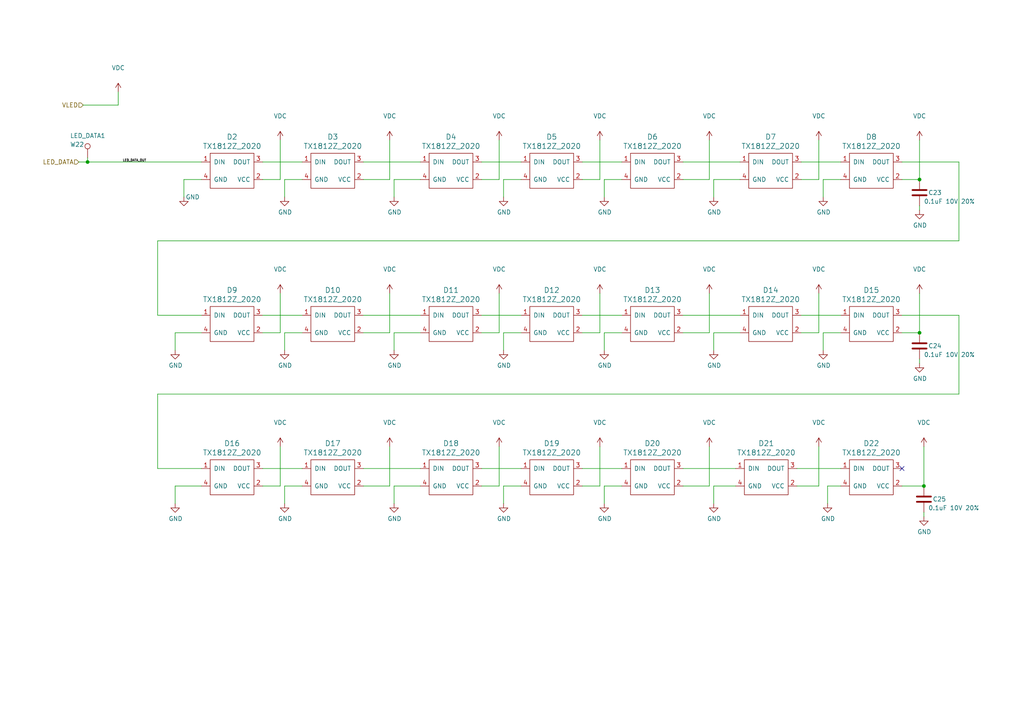
<source format=kicad_sch>
(kicad_sch (version 20211123) (generator eeschema)
  (paper "A4")
  (title_block (title "Pixels D20 Schematic, LEDs") (date "2020-04-13") (rev "2") (company "Systemic Games, LLC"))
  (lib_symbols
    (symbol "Device:C" (pin_numbers hide) (pin_names (offset 0.254))
      (property "Reference" "C" (at 0.635 2.54 0))
      (property "Value" "C" (at 0.635 -2.54 0))
      (symbol "C_0_1"
        (polyline (pts (xy -2.032 -0.762) (xy 2.032 -0.762)) (stroke (width 0.508)))
        (polyline (pts (xy -2.032 0.762) (xy 2.032 0.762)) (stroke (width 0.508)))
      )
      (symbol "C_1_1"
        (pin passive line (at 0 3.81 270) (length 2.794) (name "~") (number "1"))
        (pin passive line (at 0 -3.81 90) (length 2.794) (name "~") (number "2"))
      )
    )
    (symbol "Pixels-dice:TEST_1P-conn" (pin_numbers hide) (pin_names (offset 0.762) hide)
      (property "Reference" "W" (at 0 6.858 0))
      (property "Value" "TEST_1P-conn" (at 0 5.08 0))
      (symbol "TEST_1P-conn_0_1"
        (circle (center 0 3.302) (radius 0.762))
      )
      (symbol "TEST_1P-conn_1_1"
        (pin passive line (at 0 0 90) (length 2.54) (name "1") (number "1"))
      )
    )
    (symbol "Pixels-dice:TX1812Z_2020" (pin_names (offset 1.016))
      (property "Reference" "D" (at 0 -6.35 0))
      (property "Value" "TX1812Z_2020" (at 0 6.35 0))
      (symbol "TX1812Z_2020_0_1"
        (rectangle (start -6.35 5.08) (end 6.35 -5.08))
      )
      (symbol "TX1812Z_2020_1_1"
        (pin input line (at -8.89 2.54 0) (length 2.54) (name "DIN") (number "1"))
        (pin power_in line (at 8.89 -2.54 180) (length 2.54) (name "VCC") (number "2"))
        (pin output line (at 8.89 2.54 180) (length 2.54) (name "DOUT") (number "3"))
        (pin power_in line (at -8.89 -2.54 0) (length 2.54) (name "GND") (number "4"))
      )
    )
    (symbol "power:GND" (power) (pin_names (offset 0))
      (property "Value" "GND" (at 0 -3.81 0))
      (symbol "GND_0_1"
        (polyline (pts (xy 0 0) (xy 0 -1.27) (xy 1.27 -1.27) (xy 0 -2.54) (xy -1.27 -1.27) (xy 0 -1.27)))
      )
      (symbol "GND_1_1"
        (pin power_in line (at 0 0 270) (length 0) hide (name "GND") (number "1"))
      )
    )
    (symbol "power:VDC" (power) (pin_names (offset 0))
      (property "Value" "VDC" (at 0 6.35 0))
      (symbol "VDC_0_1"
        (polyline (pts (xy -0.762 1.27) (xy 0 2.54)))
        (polyline (pts (xy 0 0) (xy 0 2.54)))
        (polyline (pts (xy 0 2.54) (xy 0.762 1.27)))
      )
      (symbol "VDC_1_1"
        (pin power_in line (at 0 0 90) (length 0) hide (name "VDC") (number "1"))
      )
    )
  )
  (junction (at 25.4 46.99))
  (junction (at 266.7 96.52))
  (junction (at 266.7 52.07))
  (junction (at 267.97 140.97))
  (no_connect (at 261.62 135.89))
  (wire (pts (xy 267.97 148.59) (xy 267.97 149.86)))
  (wire (pts (xy 76.2 135.89) (xy 87.63 135.89)))
  (wire (pts (xy 76.2 91.44) (xy 87.63 91.44)))
  (wire (pts (xy 105.41 52.07) (xy 113.03 52.07)))
  (wire (pts (xy 278.13 69.85) (xy 45.72 69.85)))
  (wire (pts (xy 231.14 135.89) (xy 243.84 135.89)))
  (wire (pts (xy 53.34 52.07) (xy 53.34 57.15)))
  (wire (pts (xy 207.01 52.07) (xy 207.01 57.15)))
  (wire (pts (xy 240.03 140.97) (xy 240.03 146.05)))
  (wire (pts (xy 278.13 46.99) (xy 278.13 69.85)))
  (wire (pts (xy 81.28 85.09) (xy 81.28 96.52)))
  (wire (pts (xy 175.26 52.07) (xy 175.26 57.15)))
  (wire (pts (xy 261.62 96.52) (xy 266.7 96.52)))
  (wire (pts (xy 266.7 59.69) (xy 266.7 60.96)))
  (wire (pts (xy 114.3 140.97) (xy 114.3 146.05)))
  (wire (pts (xy 261.62 140.97) (xy 267.97 140.97)))
  (wire (pts (xy 205.74 40.64) (xy 205.74 52.07)))
  (wire (pts (xy 238.76 57.15) (xy 238.76 52.07)))
  (wire (pts (xy 266.7 85.09) (xy 266.7 96.52)))
  (wire (pts (xy 175.26 96.52) (xy 175.26 101.6)))
  (wire (pts (xy 168.91 52.07) (xy 173.99 52.07)))
  (wire (pts (xy 232.41 52.07) (xy 237.49 52.07)))
  (wire (pts (xy 278.13 91.44) (xy 278.13 114.3)))
  (wire (pts (xy 114.3 52.07) (xy 114.3 57.15)))
  (wire (pts (xy 173.99 129.54) (xy 173.99 140.97)))
  (wire (pts (xy 175.26 96.52) (xy 180.34 96.52)))
  (wire (pts (xy 81.28 129.54) (xy 81.28 140.97)))
  (wire (pts (xy 76.2 140.97) (xy 81.28 140.97)))
  (wire (pts (xy 146.05 140.97) (xy 151.13 140.97)))
  (wire (pts (xy 198.12 52.07) (xy 205.74 52.07)))
  (wire (pts (xy 266.7 104.14) (xy 266.7 105.41)))
  (wire (pts (xy 207.01 140.97) (xy 207.01 146.05)))
  (wire (pts (xy 114.3 96.52) (xy 121.92 96.52)))
  (wire (pts (xy 139.7 135.89) (xy 151.13 135.89)))
  (wire (pts (xy 232.41 91.44) (xy 243.84 91.44)))
  (wire (pts (xy 25.4 45.72) (xy 25.4 46.99)))
  (wire (pts (xy 146.05 96.52) (xy 151.13 96.52)))
  (wire (pts (xy 105.41 140.97) (xy 113.03 140.97)))
  (wire (pts (xy 168.91 91.44) (xy 180.34 91.44)))
  (wire (pts (xy 76.2 46.99) (xy 87.63 46.99)))
  (wire (pts (xy 207.01 96.52) (xy 214.63 96.52)))
  (wire (pts (xy 232.41 46.99) (xy 243.84 46.99)))
  (wire (pts (xy 205.74 129.54) (xy 205.74 140.97)))
  (wire (pts (xy 113.03 129.54) (xy 113.03 140.97)))
  (wire (pts (xy 237.49 129.54) (xy 237.49 140.97)))
  (wire (pts (xy 50.8 96.52) (xy 58.42 96.52)))
  (wire (pts (xy 82.55 146.05) (xy 82.55 140.97)))
  (wire (pts (xy 53.34 52.07) (xy 58.42 52.07)))
  (wire (pts (xy 45.72 69.85) (xy 45.72 91.44)))
  (wire (pts (xy 237.49 85.09) (xy 237.49 96.52)))
  (wire (pts (xy 232.41 96.52) (xy 237.49 96.52)))
  (wire (pts (xy 198.12 91.44) (xy 214.63 91.44)))
  (wire (pts (xy 207.01 140.97) (xy 213.36 140.97)))
  (wire (pts (xy 34.29 30.48) (xy 34.29 26.67)))
  (wire (pts (xy 114.3 140.97) (xy 121.92 140.97)))
  (wire (pts (xy 45.72 114.3) (xy 45.72 135.89)))
  (wire (pts (xy 105.41 91.44) (xy 121.92 91.44)))
  (wire (pts (xy 198.12 46.99) (xy 214.63 46.99)))
  (wire (pts (xy 139.7 96.52) (xy 144.78 96.52)))
  (wire (pts (xy 50.8 140.97) (xy 50.8 146.05)))
  (wire (pts (xy 139.7 52.07) (xy 144.78 52.07)))
  (wire (pts (xy 266.7 40.64) (xy 266.7 52.07)))
  (wire (pts (xy 198.12 135.89) (xy 213.36 135.89)))
  (wire (pts (xy 82.55 140.97) (xy 87.63 140.97)))
  (wire (pts (xy 114.3 96.52) (xy 114.3 101.6)))
  (wire (pts (xy 25.4 46.99) (xy 58.42 46.99)))
  (wire (pts (xy 105.41 96.52) (xy 113.03 96.52)))
  (wire (pts (xy 231.14 140.97) (xy 237.49 140.97)))
  (wire (pts (xy 146.05 57.15) (xy 146.05 52.07)))
  (wire (pts (xy 168.91 96.52) (xy 173.99 96.52)))
  (wire (pts (xy 113.03 40.64) (xy 113.03 52.07)))
  (wire (pts (xy 144.78 40.64) (xy 144.78 52.07)))
  (wire (pts (xy 261.62 52.07) (xy 266.7 52.07)))
  (wire (pts (xy 240.03 140.97) (xy 243.84 140.97)))
  (wire (pts (xy 139.7 46.99) (xy 151.13 46.99)))
  (wire (pts (xy 82.55 52.07) (xy 87.63 52.07)))
  (wire (pts (xy 175.26 140.97) (xy 175.26 146.05)))
  (wire (pts (xy 207.01 96.52) (xy 207.01 101.6)))
  (wire (pts (xy 267.97 129.54) (xy 267.97 140.97)))
  (wire (pts (xy 238.76 96.52) (xy 243.84 96.52)))
  (wire (pts (xy 105.41 46.99) (xy 121.92 46.99)))
  (wire (pts (xy 261.62 91.44) (xy 278.13 91.44)))
  (wire (pts (xy 105.41 135.89) (xy 121.92 135.89)))
  (wire (pts (xy 205.74 85.09) (xy 205.74 96.52)))
  (wire (pts (xy 114.3 52.07) (xy 121.92 52.07)))
  (wire (pts (xy 50.8 140.97) (xy 58.42 140.97)))
  (wire (pts (xy 238.76 101.6) (xy 238.76 96.52)))
  (wire (pts (xy 139.7 91.44) (xy 151.13 91.44)))
  (wire (pts (xy 45.72 91.44) (xy 58.42 91.44)))
  (wire (pts (xy 175.26 52.07) (xy 180.34 52.07)))
  (wire (pts (xy 146.05 52.07) (xy 151.13 52.07)))
  (wire (pts (xy 173.99 85.09) (xy 173.99 96.52)))
  (wire (pts (xy 168.91 46.99) (xy 180.34 46.99)))
  (wire (pts (xy 22.86 46.99) (xy 25.4 46.99)))
  (wire (pts (xy 76.2 52.07) (xy 81.28 52.07)))
  (wire (pts (xy 237.49 40.64) (xy 237.49 52.07)))
  (wire (pts (xy 113.03 85.09) (xy 113.03 96.52)))
  (wire (pts (xy 173.99 40.64) (xy 173.99 52.07)))
  (wire (pts (xy 261.62 46.99) (xy 278.13 46.99)))
  (wire (pts (xy 45.72 135.89) (xy 58.42 135.89)))
  (wire (pts (xy 198.12 96.52) (xy 205.74 96.52)))
  (wire (pts (xy 81.28 40.64) (xy 81.28 52.07)))
  (wire (pts (xy 82.55 101.6) (xy 82.55 96.52)))
  (wire (pts (xy 207.01 52.07) (xy 214.63 52.07)))
  (wire (pts (xy 146.05 101.6) (xy 146.05 96.52)))
  (wire (pts (xy 24.13 30.48) (xy 34.29 30.48)))
  (wire (pts (xy 175.26 140.97) (xy 180.34 140.97)))
  (wire (pts (xy 168.91 135.89) (xy 180.34 135.89)))
  (wire (pts (xy 146.05 146.05) (xy 146.05 140.97)))
  (wire (pts (xy 82.55 57.15) (xy 82.55 52.07)))
  (wire (pts (xy 82.55 96.52) (xy 87.63 96.52)))
  (wire (pts (xy 168.91 140.97) (xy 173.99 140.97)))
  (wire (pts (xy 144.78 129.54) (xy 144.78 140.97)))
  (wire (pts (xy 139.7 140.97) (xy 144.78 140.97)))
  (wire (pts (xy 238.76 52.07) (xy 243.84 52.07)))
  (wire (pts (xy 198.12 140.97) (xy 205.74 140.97)))
  (wire (pts (xy 76.2 96.52) (xy 81.28 96.52)))
  (wire (pts (xy 50.8 96.52) (xy 50.8 101.6)))
  (wire (pts (xy 144.78 85.09) (xy 144.78 96.52)))
  (wire (pts (xy 278.13 114.3) (xy 45.72 114.3)))
  (label "LED_DATA_OUT" (at 35.56 46.99 0) (effects (font (size 0.635 0.635))))
  (hierarchical_label "LED_DATA" (shape input) (at 22.86 46.99 180))
  (hierarchical_label "VLED" (shape input) (at 24.13 30.48 180))
  (symbol (lib_id "Pixels-dice:TEST_1P-conn") (at 25.4 45.72 0) (unit 1)
    (property "Reference" "W22" (at 20.32 41.91 0) (effects (justify left)))
    (property "Value" "LED_DATA1" (at 20.32 39.37 0) (effects (justify left)))
    (property "Footprint" "Pixels-dice:TEST_PIN" (effects hide))
  )
  (symbol (lib_id "power:VDC") (at 34.29 26.67 0) (unit 1)
    (property "Reference" "#PWR0102" (effects hide))
    (property "Value" "VDC" (at 34.29 19.685 0))
  )
  (symbol (lib_id "power:VDC") (at 81.28 40.64 0) (unit 1)
    (property "Reference" "#PWR0103" (effects hide))
    (property "Value" "VDC" (at 81.28 33.655 0))
  )
  (symbol (lib_id "power:VDC") (at 113.03 40.64 0) (unit 1)
    (property "Reference" "#PWR0104" (effects hide))
    (property "Value" "VDC" (at 113.03 33.655 0))
  )
  (symbol (lib_id "power:GND") (at 53.34 57.15 0) (unit 1)
    (property "Reference" "#PWR0105" (effects hide))
    (property "Value" "GND" (at 55.88 57.15 0))
  )
  (symbol (lib_id "power:GND") (at 82.55 57.15 0) (unit 1)
    (property "Reference" "#PWR0106" (effects hide))
    (property "Value" "GND" (at 82.677 61.5442 0))
  )
  (symbol (lib_id "power:VDC") (at 144.78 40.64 0) (unit 1)
    (property "Reference" "#PWR0107" (effects hide))
    (property "Value" "VDC" (at 144.78 33.655 0))
  )
  (symbol (lib_id "power:VDC") (at 173.99 40.64 0) (unit 1)
    (property "Reference" "#PWR0108" (effects hide))
    (property "Value" "VDC" (at 173.99 33.655 0))
  )
  (symbol (lib_id "power:GND") (at 114.3 57.15 0) (unit 1)
    (property "Reference" "#PWR0109" (effects hide))
    (property "Value" "GND" (at 114.427 61.5442 0))
  )
  (symbol (lib_id "power:GND") (at 146.05 57.15 0) (unit 1)
    (property "Reference" "#PWR0110" (effects hide))
    (property "Value" "GND" (at 146.177 61.5442 0))
  )
  (symbol (lib_id "power:VDC") (at 205.74 40.64 0) (unit 1)
    (property "Reference" "#PWR0111" (effects hide))
    (property "Value" "VDC" (at 205.74 33.655 0))
  )
  (symbol (lib_id "power:VDC") (at 237.49 40.64 0) (unit 1)
    (property "Reference" "#PWR0112" (effects hide))
    (property "Value" "VDC" (at 237.49 33.655 0))
  )
  (symbol (lib_id "power:VDC") (at 266.7 40.64 0) (unit 1)
    (property "Reference" "#PWR0113" (effects hide))
    (property "Value" "VDC" (at 266.7 33.655 0))
  )
  (symbol (lib_id "power:GND") (at 207.01 57.15 0) (unit 1)
    (property "Reference" "#PWR0114" (effects hide))
    (property "Value" "GND" (at 207.137 61.5442 0))
  )
  (symbol (lib_id "power:GND") (at 238.76 57.15 0) (unit 1)
    (property "Reference" "#PWR0115" (effects hide))
    (property "Value" "GND" (at 238.887 61.5442 0))
  )
  (symbol (lib_id "power:GND") (at 175.26 57.15 0) (unit 1)
    (property "Reference" "#PWR0116" (effects hide))
    (property "Value" "GND" (at 175.387 61.5442 0))
  )
  (symbol (lib_id "power:VDC") (at 81.28 85.09 0) (unit 1)
    (property "Reference" "#PWR0117" (effects hide))
    (property "Value" "VDC" (at 81.28 78.105 0))
  )
  (symbol (lib_id "power:VDC") (at 113.03 85.09 0) (unit 1)
    (property "Reference" "#PWR0118" (effects hide))
    (property "Value" "VDC" (at 113.03 78.105 0))
  )
  (symbol (lib_id "power:GND") (at 50.8 101.6 0) (unit 1)
    (property "Reference" "#PWR0119" (effects hide))
    (property "Value" "GND" (at 50.927 105.9942 0))
  )
  (symbol (lib_id "power:GND") (at 82.55 101.6 0) (unit 1)
    (property "Reference" "#PWR0120" (effects hide))
    (property "Value" "GND" (at 82.677 105.9942 0))
  )
  (symbol (lib_id "power:VDC") (at 144.78 85.09 0) (unit 1)
    (property "Reference" "#PWR019" (effects hide))
    (property "Value" "VDC" (at 144.78 78.105 0))
  )
  (symbol (lib_id "power:VDC") (at 173.99 85.09 0) (unit 1)
    (property "Reference" "#PWR0121" (effects hide))
    (property "Value" "VDC" (at 173.99 78.105 0))
  )
  (symbol (lib_id "power:GND") (at 114.3 101.6 0) (unit 1)
    (property "Reference" "#PWR0122" (effects hide))
    (property "Value" "GND" (at 114.427 105.9942 0))
  )
  (symbol (lib_id "power:GND") (at 146.05 101.6 0) (unit 1)
    (property "Reference" "#PWR0123" (effects hide))
    (property "Value" "GND" (at 146.177 105.9942 0))
  )
  (symbol (lib_id "power:VDC") (at 205.74 85.09 0) (unit 1)
    (property "Reference" "#PWR0124" (effects hide))
    (property "Value" "VDC" (at 205.74 78.105 0))
  )
  (symbol (lib_id "power:VDC") (at 237.49 85.09 0) (unit 1)
    (property "Reference" "#PWR0125" (effects hide))
    (property "Value" "VDC" (at 237.49 78.105 0))
  )
  (symbol (lib_id "power:VDC") (at 266.7 85.09 0) (unit 1)
    (property "Reference" "#PWR0126" (effects hide))
    (property "Value" "VDC" (at 266.7 78.105 0))
  )
  (symbol (lib_id "power:GND") (at 207.01 101.6 0) (unit 1)
    (property "Reference" "#PWR0127" (effects hide))
    (property "Value" "GND" (at 207.137 105.9942 0))
  )
  (symbol (lib_id "power:GND") (at 238.76 101.6 0) (unit 1)
    (property "Reference" "#PWR0128" (effects hide))
    (property "Value" "GND" (at 238.887 105.9942 0))
  )
  (symbol (lib_id "power:GND") (at 175.26 101.6 0) (unit 1)
    (property "Reference" "#PWR0129" (effects hide))
    (property "Value" "GND" (at 175.387 105.9942 0))
  )
  (symbol (lib_id "power:VDC") (at 81.28 129.54 0) (unit 1)
    (property "Reference" "#PWR0130" (effects hide))
    (property "Value" "VDC" (at 81.28 122.555 0))
  )
  (symbol (lib_id "power:VDC") (at 113.03 129.54 0) (unit 1)
    (property "Reference" "#PWR0131" (effects hide))
    (property "Value" "VDC" (at 113.03 122.555 0))
  )
  (symbol (lib_id "power:GND") (at 50.8 146.05 0) (unit 1)
    (property "Reference" "#PWR0132" (effects hide))
    (property "Value" "GND" (at 50.927 150.4442 0))
  )
  (symbol (lib_id "power:GND") (at 82.55 146.05 0) (unit 1)
    (property "Reference" "#PWR0133" (effects hide))
    (property "Value" "GND" (at 82.677 150.4442 0))
  )
  (symbol (lib_id "power:VDC") (at 144.78 129.54 0) (unit 1)
    (property "Reference" "#PWR0134" (effects hide))
    (property "Value" "VDC" (at 144.78 122.555 0))
  )
  (symbol (lib_id "power:VDC") (at 173.99 129.54 0) (unit 1)
    (property "Reference" "#PWR0135" (effects hide))
    (property "Value" "VDC" (at 173.99 122.555 0))
  )
  (symbol (lib_id "power:GND") (at 114.3 146.05 0) (unit 1)
    (property "Reference" "#PWR0136" (effects hide))
    (property "Value" "GND" (at 114.427 150.4442 0))
  )
  (symbol (lib_id "power:GND") (at 146.05 146.05 0) (unit 1)
    (property "Reference" "#PWR0137" (effects hide))
    (property "Value" "GND" (at 146.177 150.4442 0))
  )
  (symbol (lib_id "power:VDC") (at 205.74 129.54 0) (unit 1)
    (property "Reference" "#PWR0138" (effects hide))
    (property "Value" "VDC" (at 205.74 122.555 0))
  )
  (symbol (lib_id "power:VDC") (at 237.49 129.54 0) (unit 1)
    (property "Reference" "#PWR0139" (effects hide))
    (property "Value" "VDC" (at 237.49 122.555 0))
  )
  (symbol (lib_id "power:GND") (at 207.01 146.05 0) (unit 1)
    (property "Reference" "#PWR043" (effects hide))
    (property "Value" "GND" (at 207.137 150.4442 0))
  )
  (symbol (lib_id "power:GND") (at 175.26 146.05 0) (unit 1)
    (property "Reference" "#PWR042" (effects hide))
    (property "Value" "GND" (at 175.387 150.4442 0))
  )
  (symbol (lib_id "Device:C") (at 266.7 55.88 0) (unit 1)
    (property "Reference" "C23" (at 269.24 55.88 0) (effects (justify left)))
    (property "Value" "0.1uF 10V 20%" (at 267.97 58.42 0) (effects (justify left)))
    (property "Footprint" "Capacitor_SMD:C_0402_1005Metric" (effects hide))
    (property "Generic OK" "YES" (effects hide))
    (property "Pixels Part Number" "SMD-C005" (effects hide))
    (property "Manufacturer" "Murata" (effects hide))
    (property "Manufacturer Part Number" "GRM155R61H104KE19D" (effects hide))
  )
  (symbol (lib_id "power:GND") (at 266.7 60.96 0) (unit 1)
    (property "Reference" "#PWR0140" (effects hide))
    (property "Value" "GND" (at 266.827 65.3542 0))
  )
  (symbol (lib_id "Device:C") (at 266.7 100.33 0) (unit 1)
    (property "Reference" "C24" (at 269.24 100.33 0) (effects (justify left)))
    (property "Value" "0.1uF 10V 20%" (at 267.97 102.87 0) (effects (justify left)))
    (property "Footprint" "Capacitor_SMD:C_0402_1005Metric" (effects hide))
    (property "Generic OK" "YES" (effects hide))
    (property "Pixels Part Number" "SMD-C005" (effects hide))
    (property "Manufacturer" "Murata" (effects hide))
    (property "Manufacturer Part Number" "GRM155R61H104KE19D" (effects hide))
  )
  (symbol (lib_id "power:GND") (at 266.7 105.41 0) (unit 1)
    (property "Reference" "#PWR0141" (effects hide))
    (property "Value" "GND" (at 266.827 109.8042 0))
  )
  (symbol (lib_id "Device:C") (at 267.97 144.78 0) (unit 1)
    (property "Reference" "C25" (at 270.51 144.78 0) (effects (justify left)))
    (property "Value" "0.1uF 10V 20%" (at 269.24 147.32 0) (effects (justify left)))
    (property "Footprint" "Capacitor_SMD:C_0402_1005Metric" (effects hide))
    (property "Generic OK" "YES" (effects hide))
    (property "Pixels Part Number" "SMD-C005" (effects hide))
    (property "Manufacturer" "Murata" (effects hide))
    (property "Manufacturer Part Number" "GRM155R61H104KE19D" (effects hide))
  )
  (symbol (lib_id "Pixels-dice:TX1812Z_2020") (at 67.31 49.53 0) (unit 1)
    (property "Reference" "D2" (at 67.31 39.7002 0) (effects (font (size 1.524 1.524))))
    (property "Value" "TX1812Z_2020" (at 67.31 42.3926 0) (effects (font (size 1.524 1.524))))
    (property "Footprint" "Pixels-dice:TX1812Z_2020" (effects hide))
    (property "Manufacturer" "TCWIN" (effects hide))
    (property "Manufacturer Part Number" "TX1812Z 2020" (effects hide))
    (property "Pixels Part Number" "SMD-D002-ALT2" (effects hide))
    (property "Generic OK" "NO" (effects hide))
  )
  (symbol (lib_id "Pixels-dice:TX1812Z_2020") (at 96.52 49.53 0) (unit 1)
    (property "Reference" "D3" (at 96.52 39.7002 0) (effects (font (size 1.524 1.524))))
    (property "Value" "TX1812Z_2020" (at 96.52 42.3926 0) (effects (font (size 1.524 1.524))))
    (property "Footprint" "Pixels-dice:TX1812Z_2020" (effects hide))
    (property "Manufacturer" "TCWIN" (effects hide))
    (property "Manufacturer Part Number" "TX1812Z 2020" (effects hide))
    (property "Pixels Part Number" "SMD-D002-ALT2" (effects hide))
    (property "Generic OK" "NO" (effects hide))
  )
  (symbol (lib_id "Pixels-dice:TX1812Z_2020") (at 130.81 49.53 0) (unit 1)
    (property "Reference" "D4" (at 130.81 39.7002 0) (effects (font (size 1.524 1.524))))
    (property "Value" "TX1812Z_2020" (at 130.81 42.3926 0) (effects (font (size 1.524 1.524))))
    (property "Footprint" "Pixels-dice:TX1812Z_2020" (effects hide))
    (property "Manufacturer" "TCWIN" (effects hide))
    (property "Manufacturer Part Number" "TX1812Z 2020" (effects hide))
    (property "Pixels Part Number" "SMD-D002-ALT2" (effects hide))
    (property "Generic OK" "NO" (effects hide))
  )
  (symbol (lib_id "Pixels-dice:TX1812Z_2020") (at 160.02 49.53 0) (unit 1)
    (property "Reference" "D5" (at 160.02 39.7002 0) (effects (font (size 1.524 1.524))))
    (property "Value" "TX1812Z_2020" (at 160.02 42.3926 0) (effects (font (size 1.524 1.524))))
    (property "Footprint" "Pixels-dice:TX1812Z_2020" (effects hide))
    (property "Manufacturer" "TCWIN" (effects hide))
    (property "Manufacturer Part Number" "TX1812Z 2020" (effects hide))
    (property "Pixels Part Number" "SMD-D002-ALT2" (effects hide))
    (property "Generic OK" "NO" (effects hide))
  )
  (symbol (lib_id "Pixels-dice:TX1812Z_2020") (at 189.23 49.53 0) (unit 1)
    (property "Reference" "D6" (at 189.23 39.7002 0) (effects (font (size 1.524 1.524))))
    (property "Value" "TX1812Z_2020" (at 189.23 42.3926 0) (effects (font (size 1.524 1.524))))
    (property "Footprint" "Pixels-dice:TX1812Z_2020" (effects hide))
    (property "Manufacturer" "TCWIN" (effects hide))
    (property "Manufacturer Part Number" "TX1812Z 2020" (effects hide))
    (property "Pixels Part Number" "SMD-D002-ALT2" (effects hide))
    (property "Generic OK" "NO" (effects hide))
  )
  (symbol (lib_id "Pixels-dice:TX1812Z_2020") (at 223.52 49.53 0) (unit 1)
    (property "Reference" "D7" (at 223.52 39.7002 0) (effects (font (size 1.524 1.524))))
    (property "Value" "TX1812Z_2020" (at 223.52 42.3926 0) (effects (font (size 1.524 1.524))))
    (property "Footprint" "Pixels-dice:TX1812Z_2020" (effects hide))
    (property "Manufacturer" "TCWIN" (effects hide))
    (property "Manufacturer Part Number" "TX1812Z 2020" (effects hide))
    (property "Pixels Part Number" "SMD-D002-ALT2" (effects hide))
    (property "Generic OK" "NO" (effects hide))
  )
  (symbol (lib_id "Pixels-dice:TX1812Z_2020") (at 252.73 49.53 0) (unit 1)
    (property "Reference" "D8" (at 252.73 39.7002 0) (effects (font (size 1.524 1.524))))
    (property "Value" "TX1812Z_2020" (at 252.73 42.3926 0) (effects (font (size 1.524 1.524))))
    (property "Footprint" "Pixels-dice:TX1812Z_2020" (effects hide))
    (property "Manufacturer" "TCWIN" (effects hide))
    (property "Manufacturer Part Number" "TX1812Z 2020" (effects hide))
    (property "Pixels Part Number" "SMD-D002-ALT2" (effects hide))
    (property "Generic OK" "NO" (effects hide))
  )
  (symbol (lib_id "Pixels-dice:TX1812Z_2020") (at 67.31 93.98 0) (unit 1)
    (property "Reference" "D9" (at 67.31 84.1502 0) (effects (font (size 1.524 1.524))))
    (property "Value" "TX1812Z_2020" (at 67.31 86.8426 0) (effects (font (size 1.524 1.524))))
    (property "Footprint" "Pixels-dice:TX1812Z_2020" (effects hide))
    (property "Manufacturer" "TCWIN" (effects hide))
    (property "Manufacturer Part Number" "TX1812Z 2020" (effects hide))
    (property "Pixels Part Number" "SMD-D002-ALT2" (effects hide))
    (property "Generic OK" "NO" (effects hide))
  )
  (symbol (lib_id "Pixels-dice:TX1812Z_2020") (at 96.52 93.98 0) (unit 1)
    (property "Reference" "D10" (at 96.52 84.1502 0) (effects (font (size 1.524 1.524))))
    (property "Value" "TX1812Z_2020" (at 96.52 86.8426 0) (effects (font (size 1.524 1.524))))
    (property "Footprint" "Pixels-dice:TX1812Z_2020" (effects hide))
    (property "Manufacturer" "TCWIN" (effects hide))
    (property "Manufacturer Part Number" "TX1812Z 2020" (effects hide))
    (property "Pixels Part Number" "SMD-D002-ALT2" (effects hide))
    (property "Generic OK" "NO" (effects hide))
  )
  (symbol (lib_id "Pixels-dice:TX1812Z_2020") (at 130.81 93.98 0) (unit 1)
    (property "Reference" "D11" (at 130.81 84.1502 0) (effects (font (size 1.524 1.524))))
    (property "Value" "TX1812Z_2020" (at 130.81 86.8426 0) (effects (font (size 1.524 1.524))))
    (property "Footprint" "Pixels-dice:TX1812Z_2020" (effects hide))
    (property "Manufacturer" "TCWIN" (effects hide))
    (property "Manufacturer Part Number" "TX1812Z 2020" (effects hide))
    (property "Pixels Part Number" "SMD-D002-ALT2" (effects hide))
    (property "Generic OK" "NO" (effects hide))
  )
  (symbol (lib_id "Pixels-dice:TX1812Z_2020") (at 160.02 93.98 0) (unit 1)
    (property "Reference" "D12" (at 160.02 84.1502 0) (effects (font (size 1.524 1.524))))
    (property "Value" "TX1812Z_2020" (at 160.02 86.8426 0) (effects (font (size 1.524 1.524))))
    (property "Footprint" "Pixels-dice:TX1812Z_2020" (effects hide))
    (property "Manufacturer" "TCWIN" (effects hide))
    (property "Manufacturer Part Number" "TX1812Z 2020" (effects hide))
    (property "Pixels Part Number" "SMD-D002-ALT2" (effects hide))
    (property "Generic OK" "NO" (effects hide))
  )
  (symbol (lib_id "Pixels-dice:TX1812Z_2020") (at 189.23 93.98 0) (unit 1)
    (property "Reference" "D13" (at 189.23 84.1502 0) (effects (font (size 1.524 1.524))))
    (property "Value" "TX1812Z_2020" (at 189.23 86.8426 0) (effects (font (size 1.524 1.524))))
    (property "Footprint" "Pixels-dice:TX1812Z_2020" (effects hide))
    (property "Manufacturer" "TCWIN" (effects hide))
    (property "Manufacturer Part Number" "TX1812Z 2020" (effects hide))
    (property "Pixels Part Number" "SMD-D002-ALT2" (effects hide))
    (property "Generic OK" "NO" (effects hide))
  )
  (symbol (lib_id "Pixels-dice:TX1812Z_2020") (at 223.52 93.98 0) (unit 1)
    (property "Reference" "D14" (at 223.52 84.1502 0) (effects (font (size 1.524 1.524))))
    (property "Value" "TX1812Z_2020" (at 223.52 86.8426 0) (effects (font (size 1.524 1.524))))
    (property "Footprint" "Pixels-dice:TX1812Z_2020" (effects hide))
    (property "Manufacturer" "TCWIN" (effects hide))
    (property "Manufacturer Part Number" "TX1812Z 2020" (effects hide))
    (property "Pixels Part Number" "SMD-D002-ALT2" (effects hide))
    (property "Generic OK" "NO" (effects hide))
  )
  (symbol (lib_id "Pixels-dice:TX1812Z_2020") (at 252.73 93.98 0) (unit 1)
    (property "Reference" "D15" (at 252.73 84.1502 0) (effects (font (size 1.524 1.524))))
    (property "Value" "TX1812Z_2020" (at 252.73 86.8426 0) (effects (font (size 1.524 1.524))))
    (property "Footprint" "Pixels-dice:TX1812Z_2020" (effects hide))
    (property "Manufacturer" "TCWIN" (effects hide))
    (property "Manufacturer Part Number" "TX1812Z 2020" (effects hide))
    (property "Pixels Part Number" "SMD-D002-ALT2" (effects hide))
    (property "Generic OK" "NO" (effects hide))
  )
  (symbol (lib_id "Pixels-dice:TX1812Z_2020") (at 67.31 138.43 0) (unit 1)
    (property "Reference" "D16" (at 67.31 128.6002 0) (effects (font (size 1.524 1.524))))
    (property "Value" "TX1812Z_2020" (at 67.31 131.2926 0) (effects (font (size 1.524 1.524))))
    (property "Footprint" "Pixels-dice:TX1812Z_2020" (effects hide))
    (property "Manufacturer" "TCWIN" (effects hide))
    (property "Manufacturer Part Number" "TX1812Z 2020" (effects hide))
    (property "Pixels Part Number" "SMD-D002-ALT2" (effects hide))
    (property "Generic OK" "NO" (effects hide))
  )
  (symbol (lib_id "Pixels-dice:TX1812Z_2020") (at 96.52 138.43 0) (unit 1)
    (property "Reference" "D17" (at 96.52 128.6002 0) (effects (font (size 1.524 1.524))))
    (property "Value" "TX1812Z_2020" (at 96.52 131.2926 0) (effects (font (size 1.524 1.524))))
    (property "Footprint" "Pixels-dice:TX1812Z_2020" (effects hide))
    (property "Manufacturer" "TCWIN" (effects hide))
    (property "Manufacturer Part Number" "TX1812Z 2020" (effects hide))
    (property "Pixels Part Number" "SMD-D002-ALT2" (effects hide))
    (property "Generic OK" "NO" (effects hide))
  )
  (symbol (lib_id "Pixels-dice:TX1812Z_2020") (at 130.81 138.43 0) (unit 1)
    (property "Reference" "D18" (at 130.81 128.6002 0) (effects (font (size 1.524 1.524))))
    (property "Value" "TX1812Z_2020" (at 130.81 131.2926 0) (effects (font (size 1.524 1.524))))
    (property "Footprint" "Pixels-dice:TX1812Z_2020" (effects hide))
    (property "Manufacturer" "TCWIN" (effects hide))
    (property "Manufacturer Part Number" "TX1812Z 2020" (effects hide))
    (property "Pixels Part Number" "SMD-D002-ALT2" (effects hide))
    (property "Generic OK" "NO" (effects hide))
  )
  (symbol (lib_id "Pixels-dice:TX1812Z_2020") (at 160.02 138.43 0) (unit 1)
    (property "Reference" "D19" (at 160.02 128.6002 0) (effects (font (size 1.524 1.524))))
    (property "Value" "TX1812Z_2020" (at 160.02 131.2926 0) (effects (font (size 1.524 1.524))))
    (property "Footprint" "Pixels-dice:TX1812Z_2020" (effects hide))
    (property "Manufacturer" "TCWIN" (effects hide))
    (property "Manufacturer Part Number" "TX1812Z 2020" (effects hide))
    (property "Pixels Part Number" "SMD-D002-ALT2" (effects hide))
    (property "Generic OK" "NO" (effects hide))
  )
  (symbol (lib_id "Pixels-dice:TX1812Z_2020") (at 189.23 138.43 0) (unit 1)
    (property "Reference" "D20" (at 189.23 128.6002 0) (effects (font (size 1.524 1.524))))
    (property "Value" "TX1812Z_2020" (at 189.23 131.2926 0) (effects (font (size 1.524 1.524))))
    (property "Footprint" "Pixels-dice:TX1812Z_2020" (effects hide))
    (property "Manufacturer" "TCWIN" (effects hide))
    (property "Manufacturer Part Number" "TX1812Z 2020" (effects hide))
    (property "Pixels Part Number" "SMD-D002-ALT2" (effects hide))
    (property "Generic OK" "NO" (effects hide))
  )
  (symbol (lib_id "Pixels-dice:TX1812Z_2020") (at 222.25 138.43 0) (unit 1)
    (property "Reference" "D21" (at 222.25 128.6002 0) (effects (font (size 1.524 1.524))))
    (property "Value" "TX1812Z_2020" (at 222.25 131.2926 0) (effects (font (size 1.524 1.524))))
    (property "Footprint" "Pixels-dice:TX1812Z_2020" (effects hide))
    (property "Manufacturer" "TCWIN" (effects hide))
    (property "Manufacturer Part Number" "TX1812Z 2020" (effects hide))
    (property "Pixels Part Number" "SMD-D002-ALT2" (effects hide))
    (property "Generic OK" "NO" (effects hide))
  )
  (symbol (lib_id "power:VDC") (at 267.97 129.54 0) (unit 1)
    (property "Reference" "#PWR0144" (effects hide))
    (property "Value" "VDC" (at 267.97 122.555 0))
  )
  (symbol (lib_id "Pixels-dice:TX1812Z_2020") (at 252.73 138.43 0) (unit 1)
    (property "Reference" "D22" (at 252.73 128.6002 0) (effects (font (size 1.524 1.524))))
    (property "Value" "TX1812Z_2020" (at 252.73 131.2926 0) (effects (font (size 1.524 1.524))))
    (property "Footprint" "Pixels-dice:TX1812Z_2020" (effects hide))
    (property "Manufacturer" "TCWIN" (effects hide))
    (property "Manufacturer Part Number" "TX1812Z 2020" (effects hide))
    (property "Pixels Part Number" "SMD-D002-ALT2" (effects hide))
    (property "Generic OK" "NO" (effects hide))
  )
  (symbol (lib_id "power:GND") (at 240.03 146.05 0) (unit 1)
    (property "Reference" "#PWR0145" (effects hide))
    (property "Value" "GND" (at 240.157 150.4442 0))
  )
  (symbol (lib_id "power:GND") (at 267.97 149.86 0) (unit 1)
    (property "Reference" "#PWR0146" (effects hide))
    (property "Value" "GND" (at 268.097 154.2542 0))
  )
)
</source>
